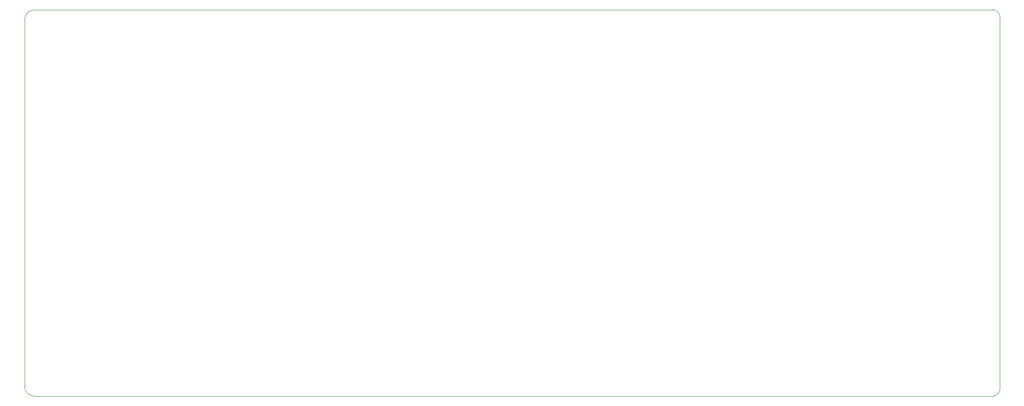
<source format=gbr>
%TF.GenerationSoftware,KiCad,Pcbnew,8.0.6*%
%TF.CreationDate,2024-12-30T11:40:10-05:00*%
%TF.ProjectId,SiPM_HV_Board,5369504d-5f48-4565-9f42-6f6172642e6b,rev?*%
%TF.SameCoordinates,Original*%
%TF.FileFunction,Profile,NP*%
%FSLAX46Y46*%
G04 Gerber Fmt 4.6, Leading zero omitted, Abs format (unit mm)*
G04 Created by KiCad (PCBNEW 8.0.6) date 2024-12-30 11:40:10*
%MOMM*%
%LPD*%
G01*
G04 APERTURE LIST*
%TA.AperFunction,Profile*%
%ADD10C,0.050000*%
%TD*%
G04 APERTURE END LIST*
D10*
X239935000Y-61965000D02*
X239935000Y-132450000D01*
X238655989Y-133712279D02*
X57690000Y-133720000D01*
X55785000Y-62600000D02*
X55785000Y-131815000D01*
X57690000Y-133720000D02*
G75*
G02*
X55785000Y-131815000I0J1905000D01*
G01*
X55785000Y-62600000D02*
G75*
G02*
X57690168Y-60712346I1923800J-36400D01*
G01*
X239935000Y-132450000D02*
G75*
G02*
X238655989Y-133712279I-1276600J14400D01*
G01*
X57690168Y-60712346D02*
X238655974Y-60704026D01*
X238655974Y-60704026D02*
G75*
G02*
X239929826Y-61965241I-48374J-1322774D01*
G01*
M02*

</source>
